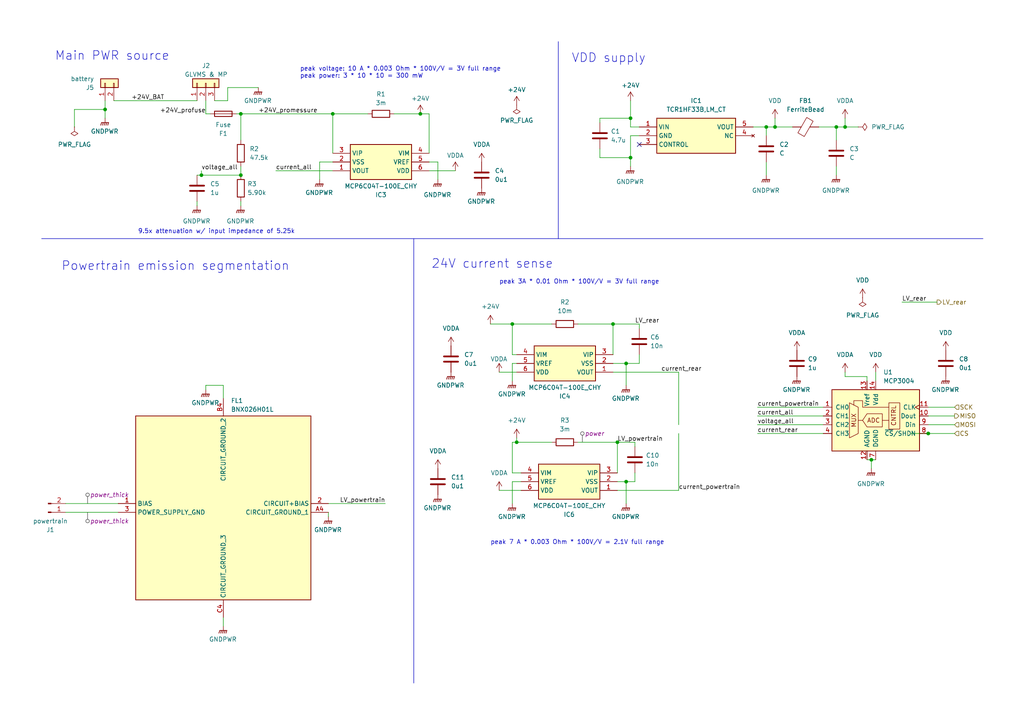
<source format=kicad_sch>
(kicad_sch (version 20230121) (generator eeschema)
  (paper "A4")
  (title_block (title "EP5 rearbox powerboard") (date "2024-03-20") (rev "1") (company "NTURacing") (comment 1 "郭哲明") (comment 2 "Electrical group"))
  (lib_symbols
    (symbol "Analog_ADC:MCP3004" (pin_names (offset 1.016))
      (property "Reference" "U" (at -11.43 8.89 0))
      (property "Value" "MCP3004" (at 10.16 8.89 0))
      (symbol "MCP3004_0_0"
        (text "ADC" (at -0.635 -1.27 0) (effects (font (size 1.27 1.27))))
        (text "CNTRL" (at 5.969 -2.921 900) (effects (font (size 1.27 1.27)) (justify left bottom)))
        (text "MUX" (at -6.35 -1.27 900) (effects (font (size 1.27 1.27))))
      )
      (symbol "MCP3004_0_1"
        (polyline (pts (xy -5.08 -1.27) (xy -3.81 -1.27)))
        (polyline (pts (xy 1.905 -1.27) (xy 3.81 -1.27)))
        (polyline (pts (xy -7.62 3.81) (xy -7.62 -6.35) (xy -5.08 -5.08) (xy -5.08 2.54) (xy -7.62 3.81)))
        (polyline (pts (xy 3.81 2.54) (xy -3.81 2.54) (xy -3.81 4.445) (xy -6.35 4.445) (xy -6.35 3.175)))
        (polyline (pts (xy -3.81 -1.27) (xy -2.54 0.635) (xy 1.905 0.635) (xy 1.905 -3.175) (xy -2.54 -3.175) (xy -3.81 -1.27)))
        (rectangle (start 3.81 -3.81) (end 6.985 3.81))
        (rectangle (start 12.7 7.62) (end -12.7 -10.16) (stroke (width 0.254)) (fill (type background)))
      )
      (symbol "MCP3004_1_1"
        (pin input line (at -15.24 2.54 0) (length 2.54) (name "CH0") (number "1"))
        (pin output line (at 15.24 0 180) (length 2.54) (name "Dout") (number "10"))
        (pin input clock (at 15.24 2.54 180) (length 2.54) (name "CLK") (number "11"))
        (pin power_in line (at -2.54 -12.7 90) (length 2.54) (name "AGND") (number "12"))
        (pin power_in line (at -2.54 10.16 270) (length 2.54) (name "Vref") (number "13"))
        (pin power_in line (at 0 10.16 270) (length 2.54) (name "Vdd") (number "14"))
        (pin input line (at -15.24 0 0) (length 2.54) (name "CH1") (number "2"))
        (pin input line (at -15.24 -2.54 0) (length 2.54) (name "CH2") (number "3"))
        (pin input line (at -15.24 -5.08 0) (length 2.54) (name "CH3") (number "4"))
        (pin no_connect line (at -12.7 5.08 0) (length 2.54) hide (name "NC") (number "5"))
        (pin no_connect line (at -12.7 -7.62 0) (length 2.54) hide (name "NC") (number "6"))
        (pin power_in line (at 0 -12.7 90) (length 2.54) (name "DGND") (number "7"))
        (pin input line (at 15.24 -5.08 180) (length 2.54) (name "~{CS}/SHDN") (number "8"))
        (pin input line (at 15.24 -2.54 180) (length 2.54) (name "Din") (number "9"))
      )
    )
    (symbol "Connector:Conn_01x02_Pin" (pin_names (offset 1.016) hide)
      (property "Reference" "J" (at 0 2.54 0))
      (property "Value" "Conn_01x02_Pin" (at 0 -5.08 0))
      (symbol "Conn_01x02_Pin_1_1"
        (polyline (pts (xy 1.27 -2.54) (xy 0.8636 -2.54)) (stroke (width 0.1524)))
        (polyline (pts (xy 1.27 0) (xy 0.8636 0)) (stroke (width 0.1524)))
        (rectangle (start 0.8636 -2.413) (end 0 -2.667) (stroke (width 0.1524)) (fill (type outline)))
        (rectangle (start 0.8636 0.127) (end 0 -0.127) (stroke (width 0.1524)) (fill (type outline)))
        (pin passive line (at 5.08 0 180) (length 3.81) (name "Pin_1") (number "1"))
        (pin passive line (at 5.08 -2.54 180) (length 3.81) (name "Pin_2") (number "2"))
      )
    )
    (symbol "Connector_Generic:Conn_01x02" (pin_names (offset 1.016) hide)
      (property "Reference" "J" (at 0 2.54 0))
      (property "Value" "Conn_01x02" (at 0 -5.08 0))
      (symbol "Conn_01x02_1_1"
        (rectangle (start -1.27 -2.413) (end 0 -2.667) (stroke (width 0.1524)))
        (rectangle (start -1.27 0.127) (end 0 -0.127) (stroke (width 0.1524)))
        (rectangle (start -1.27 1.27) (end 1.27 -3.81) (stroke (width 0.254)) (fill (type background)))
        (pin passive line (at -5.08 0 0) (length 3.81) (name "Pin_1") (number "1"))
        (pin passive line (at -5.08 -2.54 0) (length 3.81) (name "Pin_2") (number "2"))
      )
    )
    (symbol "Connector_Generic:Conn_01x03" (pin_names (offset 1.016) hide)
      (property "Reference" "J" (at 0 5.08 0))
      (property "Value" "Conn_01x03" (at 0 -5.08 0))
      (symbol "Conn_01x03_1_1"
        (rectangle (start -1.27 -2.413) (end 0 -2.667) (stroke (width 0.1524)))
        (rectangle (start -1.27 0.127) (end 0 -0.127) (stroke (width 0.1524)))
        (rectangle (start -1.27 2.667) (end 0 2.413) (stroke (width 0.1524)))
        (rectangle (start -1.27 3.81) (end 1.27 -3.81) (stroke (width 0.254)) (fill (type background)))
        (pin passive line (at -5.08 2.54 0) (length 3.81) (name "Pin_1") (number "1"))
        (pin passive line (at -5.08 0 0) (length 3.81) (name "Pin_2") (number "2"))
        (pin passive line (at -5.08 -2.54 0) (length 3.81) (name "Pin_3") (number "3"))
      )
    )
    (symbol "Device:C" (pin_numbers hide) (pin_names (offset 0.254))
      (property "Reference" "C" (at 0.635 2.54 0))
      (property "Value" "C" (at 0.635 -2.54 0))
      (symbol "C_0_1"
        (polyline (pts (xy -2.032 -0.762) (xy 2.032 -0.762)) (stroke (width 0.508)))
        (polyline (pts (xy -2.032 0.762) (xy 2.032 0.762)) (stroke (width 0.508)))
      )
      (symbol "C_1_1"
        (pin passive line (at 0 3.81 270) (length 2.794) (name "~") (number "1"))
        (pin passive line (at 0 -3.81 90) (length 2.794) (name "~") (number "2"))
      )
    )
    (symbol "Device:FerriteBead" (pin_numbers hide) (pin_names (offset 0))
      (property "Reference" "FB" (at -3.81 0.635 90))
      (property "Value" "FerriteBead" (at 3.81 0 90))
      (symbol "FerriteBead_0_1"
        (polyline (pts (xy 0 -1.27) (xy 0 -1.2192)))
        (polyline (pts (xy 0 1.27) (xy 0 1.2954)))
        (polyline (pts (xy -2.7686 0.4064) (xy -1.7018 2.2606) (xy 2.7686 -0.3048) (xy 1.6764 -2.159) (xy -2.7686 0.4064)))
      )
      (symbol "FerriteBead_1_1"
        (pin passive line (at 0 3.81 270) (length 2.54) (name "~") (number "1"))
        (pin passive line (at 0 -3.81 90) (length 2.54) (name "~") (number "2"))
      )
    )
    (symbol "Device:Fuse" (pin_numbers hide) (pin_names (offset 0))
      (property "Reference" "F" (at 2.032 0 90))
      (property "Value" "Fuse" (at -1.905 0 90))
      (symbol "Fuse_0_1"
        (rectangle (start -0.762 -2.54) (end 0.762 2.54) (stroke (width 0.254)))
        (polyline (pts (xy 0 2.54) (xy 0 -2.54)))
      )
      (symbol "Fuse_1_1"
        (pin passive line (at 0 3.81 270) (length 1.27) (name "~") (number "1"))
        (pin passive line (at 0 -3.81 90) (length 1.27) (name "~") (number "2"))
      )
    )
    (symbol "Device:R" (pin_numbers hide) (pin_names (offset 0))
      (property "Reference" "R" (at 2.032 0 90))
      (property "Value" "R" (at 0 0 90))
      (symbol "R_0_1"
        (rectangle (start -1.016 -2.54) (end 1.016 2.54) (stroke (width 0.254)))
      )
      (symbol "R_1_1"
        (pin passive line (at 0 3.81 270) (length 1.27) (name "~") (number "1"))
        (pin passive line (at 0 -3.81 90) (length 1.27) (name "~") (number "2"))
      )
    )
    (symbol "SamacSys_Parts:BNX026H01L"
      (property "Reference" "FL" (at 57.15 30.48 0))
      (property "Value" "BNX026H01L" (at 57.15 27.94 0))
      (symbol "BNX026H01L_1_1"
        (rectangle (start 5.08 25.4) (end 55.88 -27.94) (stroke (width 0.254)) (fill (type background)))
        (pin passive line (at 0 0 0) (length 5.08) (name "BIAS") (number "1"))
        (pin passive line (at 60.96 0 180) (length 5.08) (name "CIRCUIT+BIAS") (number "2"))
        (pin passive line (at 0 -2.54 0) (length 5.08) (name "POWER_SUPPLY_GND") (number "3"))
        (pin passive line (at 60.96 -2.54 180) (length 5.08) (name "CIRCUIT_GROUND_1") (number "A4"))
        (pin passive line (at 30.48 30.48 270) (length 5.08) (name "CIRCUIT_GROUND_2") (number "B4"))
        (pin passive line (at 30.48 -33.02 90) (length 5.08) (name "CIRCUIT_GROUND_3") (number "C4"))
      )
    )
    (symbol "SamacSys_Parts:MCP6C04T-100E_CHY"
      (property "Reference" "IC" (at 24.13 7.62 0))
      (property "Value" "MCP6C04T-100E_CHY" (at 24.13 5.08 0))
      (symbol "MCP6C04T-100E_CHY_1_1"
        (rectangle (start 5.08 2.54) (end 22.86 -7.62) (stroke (width 0.254)) (fill (type background)))
        (pin passive line (at 0 0 0) (length 5.08) (name "VOUT") (number "1"))
        (pin passive line (at 0 -2.54 0) (length 5.08) (name "VSS") (number "2"))
        (pin passive line (at 0 -5.08 0) (length 5.08) (name "VIP") (number "3"))
        (pin passive line (at 27.94 -5.08 180) (length 5.08) (name "VIM") (number "4"))
        (pin passive line (at 27.94 -2.54 180) (length 5.08) (name "VREF") (number "5"))
        (pin passive line (at 27.94 0 180) (length 5.08) (name "VDD") (number "6"))
      )
    )
    (symbol "SamacSys_Parts:TCR1HF33B,LM_CT"
      (property "Reference" "IC" (at 29.21 7.62 0))
      (property "Value" "TCR1HF33B,LM_CT" (at 29.21 5.08 0))
      (symbol "TCR1HF33B,LM_CT_1_1"
        (rectangle (start 5.08 2.54) (end 27.94 -7.62) (stroke (width 0.254)) (fill (type background)))
        (pin passive line (at 0 0 0) (length 5.08) (name "VIN") (number "1"))
        (pin passive line (at 0 -2.54 0) (length 5.08) (name "GND") (number "2"))
        (pin passive line (at 0 -5.08 0) (length 5.08) (name "CONTROL") (number "3"))
        (pin no_connect line (at 33.02 -2.54 180) (length 5.08) (name "NC") (number "4"))
        (pin passive line (at 33.02 0 180) (length 5.08) (name "VOUT") (number "5"))
      )
    )
    (symbol "power:+24V" (power) (pin_names (offset 0))
      (property "Value" "+24V" (at 0 3.556 0))
      (symbol "+24V_0_1"
        (polyline (pts (xy -0.762 1.27) (xy 0 2.54)))
        (polyline (pts (xy 0 0) (xy 0 2.54)))
        (polyline (pts (xy 0 2.54) (xy 0.762 1.27)))
      )
      (symbol "+24V_1_1"
        (pin power_in line (at 0 0 90) (length 0) hide (name "+24V") (number "1"))
      )
    )
    (symbol "power:GNDPWR" (power) (pin_names (offset 0))
      (property "Value" "GNDPWR" (at 0 -3.302 0))
      (symbol "GNDPWR_0_1"
        (polyline (pts (xy 0 -1.27) (xy 0 0)))
        (polyline (pts (xy -1.016 -1.27) (xy -1.27 -2.032) (xy -1.27 -2.032)) (stroke (width 0.2032)))
        (polyline (pts (xy -0.508 -1.27) (xy -0.762 -2.032) (xy -0.762 -2.032)) (stroke (width 0.2032)))
        (polyline (pts (xy 0 -1.27) (xy -0.254 -2.032) (xy -0.254 -2.032)) (stroke (width 0.2032)))
        (polyline (pts (xy 0.508 -1.27) (xy 0.254 -2.032) (xy 0.254 -2.032)) (stroke (width 0.2032)))
        (polyline (pts (xy 1.016 -1.27) (xy -1.016 -1.27) (xy -1.016 -1.27)) (stroke (width 0.2032)))
        (polyline (pts (xy 1.016 -1.27) (xy 0.762 -2.032) (xy 0.762 -2.032) (xy 0.762 -2.032)) (stroke (width 0.2032)))
      )
      (symbol "GNDPWR_1_1"
        (pin power_in line (at 0 0 270) (length 0) hide (name "GNDPWR") (number "1"))
      )
    )
    (symbol "power:PWR_FLAG" (power) (pin_numbers hide) (pin_names (offset 0) hide)
      (property "Value" "PWR_FLAG" (at 0 3.81 0))
      (symbol "PWR_FLAG_0_0"
        (pin power_out line (at 0 0 90) (length 0) (name "pwr") (number "1"))
      )
      (symbol "PWR_FLAG_0_1"
        (polyline (pts (xy 0 0) (xy 0 1.27) (xy -1.016 1.905) (xy 0 2.54) (xy 1.016 1.905) (xy 0 1.27)))
      )
    )
    (symbol "power:VDD" (power) (pin_names (offset 0))
      (property "Value" "VDD" (at 0 3.81 0))
      (symbol "VDD_0_1"
        (polyline (pts (xy -0.762 1.27) (xy 0 2.54)))
        (polyline (pts (xy 0 0) (xy 0 2.54)))
        (polyline (pts (xy 0 2.54) (xy 0.762 1.27)))
      )
      (symbol "VDD_1_1"
        (pin power_in line (at 0 0 90) (length 0) hide (name "VDD") (number "1"))
      )
    )
    (symbol "power:VDDA" (power) (pin_names (offset 0))
      (property "Value" "VDDA" (at 0 3.81 0))
      (symbol "VDDA_0_1"
        (polyline (pts (xy -0.762 1.27) (xy 0 2.54)))
        (polyline (pts (xy 0 0) (xy 0 2.54)))
        (polyline (pts (xy 0 2.54) (xy 0.762 1.27)))
      )
      (symbol "VDDA_1_1"
        (pin power_in line (at 0 0 90) (length 0) hide (name "VDDA") (number "1"))
      )
    )
  )
  (junction (at 69.85 33.02))
  (junction (at 224.79 36.83))
  (junction (at 182.88 34.29))
  (junction (at 121.92 33.02))
  (junction (at 149.86 128.27))
  (junction (at 177.8 93.98))
  (junction (at 222.25 36.83))
  (junction (at 181.61 139.7))
  (junction (at 245.11 36.83))
  (junction (at 252.73 133.35))
  (junction (at 69.85 50.8))
  (junction (at 148.59 93.98))
  (junction (at 182.88 45.72))
  (junction (at 179.07 128.27))
  (junction (at 96.52 33.02))
  (junction (at 181.61 105.41))
  (junction (at 58.42 50.8))
  (junction (at 269.24 125.73))
  (junction (at 242.57 36.83))
  (junction (at 30.48 31.75))
  (no_connect (at 185.42 41.91))
  (wire (pts (xy 69.85 58.42) (xy 69.85 59.69)))
  (wire (pts (xy 96.52 33.02) (xy 106.68 33.02)))
  (wire (pts (xy 92.71 46.99) (xy 96.52 46.99)))
  (wire (pts (xy 269.24 118.11) (xy 276.86 118.11)))
  (wire (pts (xy 182.88 34.29) (xy 182.88 36.83)))
  (wire (pts (xy 219.71 120.65) (xy 238.76 120.65)))
  (wire (pts (xy 184.15 128.27) (xy 184.15 129.54)))
  (wire (pts (xy 222.25 46.99) (xy 222.25 50.8)))
  (wire (pts (xy 68.58 33.02) (xy 69.85 33.02)))
  (wire (pts (xy 252.73 133.35) (xy 254 133.35)))
  (wire (pts (xy 95.25 146.05) (xy 111.76 146.05)))
  (wire (pts (xy 124.46 49.53) (xy 132.08 49.53)))
  (wire (pts (xy 167.64 128.27) (xy 179.07 128.27)))
  (wire (pts (xy 177.8 105.41) (xy 181.61 105.41)))
  (polyline (pts (xy 161.925 12.065) (xy 161.925 69.215)))
  (wire (pts (xy 59.69 33.02) (xy 60.96 33.02)))
  (wire (pts (xy 59.69 29.21) (xy 59.69 33.02)))
  (wire (pts (xy 69.85 33.02) (xy 96.52 33.02)))
  (wire (pts (xy 237.49 36.83) (xy 242.57 36.83)))
  (wire (pts (xy 242.57 48.26) (xy 242.57 50.8)))
  (wire (pts (xy 148.59 93.98) (xy 160.02 93.98)))
  (wire (pts (xy 124.46 33.02) (xy 124.46 44.45)))
  (wire (pts (xy 148.59 137.16) (xy 151.13 137.16)))
  (polyline (pts (xy 120.015 69.215) (xy 120.015 198.12)))
  (wire (pts (xy 95.25 148.59) (xy 95.25 149.86)))
  (wire (pts (xy 177.8 93.98) (xy 177.8 102.87)))
  (wire (pts (xy 64.77 179.07) (xy 64.77 181.61)))
  (wire (pts (xy 58.42 50.8) (xy 69.85 50.8)))
  (wire (pts (xy 222.25 36.83) (xy 222.25 39.37)))
  (wire (pts (xy 148.59 128.27) (xy 149.86 128.27)))
  (wire (pts (xy 80.01 49.53) (xy 96.52 49.53)))
  (wire (pts (xy 127 46.99) (xy 124.46 46.99)))
  (wire (pts (xy 269.24 120.65) (xy 276.86 120.65)))
  (wire (pts (xy 142.24 93.98) (xy 148.59 93.98)))
  (wire (pts (xy 179.07 128.27) (xy 179.07 137.16)))
  (wire (pts (xy 182.88 48.26) (xy 182.88 45.72)))
  (wire (pts (xy 251.46 133.35) (xy 252.73 133.35)))
  (wire (pts (xy 269.24 125.73) (xy 276.86 125.73)))
  (wire (pts (xy 182.88 39.37) (xy 182.88 45.72)))
  (wire (pts (xy 254 110.49) (xy 254 107.95)))
  (wire (pts (xy 269.24 123.19) (xy 276.86 123.19)))
  (wire (pts (xy 114.3 33.02) (xy 121.92 33.02)))
  (wire (pts (xy 96.52 33.02) (xy 96.52 44.45)))
  (wire (pts (xy 121.92 33.02) (xy 124.46 33.02)))
  (wire (pts (xy 177.8 93.98) (xy 185.42 93.98)))
  (wire (pts (xy 185.42 105.41) (xy 181.61 105.41)))
  (wire (pts (xy 64.77 111.76) (xy 59.69 111.76)))
  (wire (pts (xy 21.59 31.75) (xy 21.59 36.83)))
  (wire (pts (xy 33.02 29.21) (xy 57.15 29.21)))
  (wire (pts (xy 30.48 31.75) (xy 21.59 31.75)))
  (wire (pts (xy 179.07 128.27) (xy 184.15 128.27)))
  (wire (pts (xy 261.62 87.63) (xy 271.78 87.63)))
  (wire (pts (xy 149.86 128.27) (xy 160.02 128.27)))
  (wire (pts (xy 30.48 31.75) (xy 30.48 34.29)))
  (wire (pts (xy 252.73 133.35) (xy 252.73 135.89)))
  (wire (pts (xy 245.11 36.83) (xy 248.92 36.83)))
  (wire (pts (xy 184.15 137.16) (xy 184.15 139.7)))
  (polyline (pts (xy 12.065 69.215) (xy 285.115 69.215)))
  (wire (pts (xy 148.59 128.27) (xy 148.59 137.16)))
  (wire (pts (xy 242.57 36.83) (xy 242.57 40.64)))
  (wire (pts (xy 74.93 25.4) (xy 66.04 25.4)))
  (wire (pts (xy 148.59 105.41) (xy 148.59 110.49)))
  (wire (pts (xy 69.85 33.02) (xy 69.85 40.64)))
  (wire (pts (xy 69.85 48.26) (xy 69.85 50.8)))
  (wire (pts (xy 219.71 118.11) (xy 238.76 118.11)))
  (wire (pts (xy 224.79 34.29) (xy 224.79 36.83)))
  (wire (pts (xy 185.42 95.25) (xy 185.42 93.98)))
  (wire (pts (xy 127 52.07) (xy 127 46.99)))
  (wire (pts (xy 149.86 128.27) (xy 149.86 127)))
  (wire (pts (xy 264.16 125.73) (xy 269.24 125.73)))
  (wire (pts (xy 148.59 139.7) (xy 148.59 146.05)))
  (wire (pts (xy 179.07 139.7) (xy 181.61 139.7)))
  (wire (pts (xy 185.42 102.87) (xy 185.42 105.41)))
  (wire (pts (xy 184.15 139.7) (xy 181.61 139.7)))
  (wire (pts (xy 179.07 142.24) (xy 196.85 142.24)))
  (wire (pts (xy 57.15 50.8) (xy 58.42 50.8)))
  (wire (pts (xy 66.04 25.4) (xy 66.04 29.21)))
  (wire (pts (xy 224.79 36.83) (xy 229.87 36.83)))
  (wire (pts (xy 219.71 123.19) (xy 238.76 123.19)))
  (wire (pts (xy 19.05 146.05) (xy 34.29 146.05)))
  (wire (pts (xy 251.46 109.22) (xy 251.46 110.49)))
  (wire (pts (xy 19.05 148.59) (xy 34.29 148.59)))
  (wire (pts (xy 242.57 36.83) (xy 245.11 36.83)))
  (wire (pts (xy 57.15 58.42) (xy 57.15 59.69)))
  (wire (pts (xy 173.99 34.29) (xy 173.99 35.56)))
  (wire (pts (xy 148.59 93.98) (xy 148.59 102.87)))
  (wire (pts (xy 167.64 93.98) (xy 177.8 93.98)))
  (wire (pts (xy 245.11 107.95) (xy 245.11 109.22)))
  (wire (pts (xy 177.8 107.95) (xy 196.85 107.95)))
  (wire (pts (xy 66.04 29.21) (xy 62.23 29.21)))
  (wire (pts (xy 151.13 139.7) (xy 148.59 139.7)))
  (wire (pts (xy 92.71 46.99) (xy 92.71 52.07)))
  (wire (pts (xy 173.99 34.29) (xy 182.88 34.29)))
  (wire (pts (xy 30.48 29.21) (xy 30.48 31.75)))
  (wire (pts (xy 245.11 34.29) (xy 245.11 36.83)))
  (wire (pts (xy 218.44 36.83) (xy 222.25 36.83)))
  (wire (pts (xy 151.13 142.24) (xy 144.78 142.24)))
  (wire (pts (xy 182.88 29.21) (xy 182.88 34.29)))
  (wire (pts (xy 181.61 105.41) (xy 181.61 111.76)))
  (wire (pts (xy 222.25 36.83) (xy 224.79 36.83)))
  (wire (pts (xy 196.85 125.73) (xy 196.85 142.24)))
  (wire (pts (xy 173.99 43.18) (xy 173.99 45.72)))
  (wire (pts (xy 245.11 109.22) (xy 251.46 109.22)))
  (wire (pts (xy 148.59 105.41) (xy 149.86 105.41)))
  (wire (pts (xy 182.88 36.83) (xy 185.42 36.83)))
  (wire (pts (xy 219.71 125.73) (xy 238.76 125.73)))
  (wire (pts (xy 196.85 107.95) (xy 196.85 123.19)))
  (wire (pts (xy 173.99 45.72) (xy 182.88 45.72)))
  (wire (pts (xy 59.69 111.76) (xy 59.69 113.03)))
  (wire (pts (xy 148.59 102.87) (xy 149.86 102.87)))
  (wire (pts (xy 58.42 49.53) (xy 58.42 50.8)))
  (wire (pts (xy 181.61 139.7) (xy 181.61 146.05)))
  (wire (pts (xy 64.77 115.57) (xy 64.77 111.76)))
  (wire (pts (xy 185.42 39.37) (xy 182.88 39.37)))
  (wire (pts (xy 149.86 107.95) (xy 144.78 107.95)))
  (text "VDD supply" (at 165.735 18.415 0) (effects (font (size 2.54 2.54)) (justify left bottom)))
  (text "Powertrain emission segmentation" (at 17.78 78.74 0) (effects (font (size 2.54 2.54)) (justify left bottom)))
  (text "peak voltage: 10 A * 0.003 Ohm * 100V/V = 3V full range\npeak power: 3 * 10 * 10 = 300 mW\n" (at 86.995 22.86 0) (effects (font (size 1.27 1.27)) (justify left bottom)))
  (text "9.5x attenuation w/ input impedance of 5.25k" (at 40.005 67.945 0) (effects (font (size 1.27 1.27)) (justify left bottom)))
  (text "24V current sense" (at 125.095 78.105 0) (effects (font (size 2.54 2.54)) (justify left bottom)))
  (text "peak 3A * 0.01 Ohm * 100V/V = 3V full range" (at 144.78 82.55 0) (effects (font (size 1.27 1.27)) (justify left bottom)))
  (text "peak 7 A * 0.003 Ohm * 100V/V = 2.1V full range" (at 142.24 158.115 0) (effects (font (size 1.27 1.27)) (justify left bottom)))
  (text "Main PWR source" (at 15.875 17.78 0) (effects (font (size 2.54 2.54)) (justify left bottom)))
  (label "LV_powertrain" (at 179.07 128.27 0))
  (label "current_powertrain" (at 196.85 142.24 0))
  (label "current_rear" (at 191.77 107.95 0))
  (label "+24V_promessure" (at 74.93 33.02 0))
  (label "voltage_all" (at 219.71 123.19 0))
  (label "current_rear" (at 219.71 125.73 0))
  (label "current_all" (at 219.71 120.65 0))
  (label "LV_rear" (at 261.62 87.63 0))
  (label "LV_rear" (at 184.15 93.98 0))
  (label "current_all" (at 80.01 49.53 0))
  (label "LV_powertrain" (at 111.76 146.05 180))
  (label "+24V_profuse" (at 59.69 33.02 180))
  (label "voltage_all" (at 58.42 49.53 0))
  (label "+24V_BAT" (at 38.1 29.21 0))
  (label "current_powertrain" (at 219.71 118.11 0))
  (hierarchical_label "CS" (shape input) (at 276.86 125.73 0))
  (hierarchical_label "SCK" (shape input) (at 276.86 118.11 0))
  (hierarchical_label "MISO" (shape output) (at 276.86 120.65 0))
  (hierarchical_label "LV_rear" (shape output) (at 271.78 87.63 0))
  (hierarchical_label "MOSI" (shape input) (at 276.86 123.19 0))
  (netclass_flag "" (length 2.54) (shape round) (at 168.91 128.27 0) (property "Netclass" "power" (at 169.6085 125.73 0) (effects (font italic) (justify left))))
  (netclass_flag "" (length 2.54) (shape round) (at 25.4 146.05 0) (property "Netclass" "power_thick" (at 26.0985 143.51 0) (effects (font italic) (justify left))))
  (netclass_flag "" (length 2.54) (shape round) (at 25.4 148.59 180) (property "Netclass" "power_thick" (at 26.0985 151.13 0) (effects (font italic) (justify left))))
  (symbol (lib_id "Analog_ADC:MCP3004") (at 254 120.65 0) (unit 1)
    (property "Reference" "U1" (at 256.1941 107.95 0) (effects (justify left)))
    (property "Value" "MCP3004" (at 256.1941 110.49 0) (effects (justify left)))
    (property "Footprint" "Package_SO:SOIC-14_3.9x8.7mm_P1.27mm" (effects hide))
    (property "Datasheet" "http://ww1.microchip.com/downloads/en/DeviceDoc/21295C.pdf" (effects hide))
  )
  (symbol (lib_id "Device:C") (at 242.57 44.45 0) (unit 1)
    (property "Reference" "C3" (at 246.38 43.18 0) (effects (justify left)))
    (property "Value" "C" (at 246.38 45.72 0) (effects (justify left)))
    (property "Footprint" "Capacitor_SMD:C_0805_2012Metric" (effects hide))
  )
  (symbol (lib_id "power:PWR_FLAG") (at 21.59 36.83 180) (unit 1)
    (property "Reference" "#FLG03" (effects hide))
    (property "Value" "PWR_FLAG" (at 21.59 41.91 0))
  )
  (symbol (lib_id "SamacSys_Parts:MCP6C04T-100E_CHY") (at 96.52 49.53 0) (mirror x) (unit 1)
    (property "Reference" "IC3" (at 110.49 56.515 0))
    (property "Value" "MCP6C04T-100E_CHY" (at 110.49 53.975 0))
    (property "Footprint" "SamacSys_Parts:SOT95P280X145-6N" (effects hide))
    (property "Height" "1.45" (effects hide))
    (property "Mouser Part Number" "579-MCP6C04T100ECHY" (effects hide))
    (property "Mouser Price/Stock" "https://www.mouser.co.uk/ProductDetail/Microchip-Technology/MCP6C04T-100E-CHY?qs=3HJ2avRr9PJRQkbNv3EK6Q%3D%3D" (effects hide))
    (property "Manufacturer_Name" "Microchip" (effects hide))
    (property "Manufacturer_Part_Number" "MCP6C04T-100E/CHY" (effects hide))
    (instances (project "power board" (path "" (reference "IC3") (unit 1)) (path "" (reference "IC2") (unit 1))))
  )
  (symbol (lib_id "power:GNDPWR") (at 92.71 52.07 0) (unit 1)
    (property "Reference" "#PWR028" (effects hide))
    (property "Value" "GNDPWR" (at 92.583 55.88 0))
    (instances (project "power board" (path "" (reference "#PWR028") (unit 1)) (path "" (reference "#PWR012") (unit 1))))
  )
  (symbol (lib_id "power:+24V") (at 142.24 93.98 0) (unit 1)
    (property "Reference" "#PWR01" (effects hide))
    (property "Value" "+24V" (at 142.24 88.9 0))
    (instances (project "power board" (path "" (reference "#PWR01") (unit 1)) (path "" (reference "#PWR017") (unit 1))))
  )
  (symbol (lib_id "power:PWR_FLAG") (at 149.86 30.48 0) (mirror x) (unit 1)
    (property "Reference" "#FLG01" (effects hide))
    (property "Value" "PWR_FLAG" (at 149.86 34.925 0))
  )
  (symbol (lib_id "power:+24V") (at 149.86 127 0) (unit 1)
    (property "Reference" "#PWR033" (effects hide))
    (property "Value" "+24V" (at 149.86 121.92 0))
    (instances (project "power board" (path "" (reference "#PWR033") (unit 1)) (path "" (reference "#PWR030") (unit 1))))
  )
  (symbol (lib_id "power:VDDA") (at 144.78 142.24 0) (unit 1)
    (property "Reference" "#PWR034" (effects hide))
    (property "Value" "VDDA" (at 144.78 137.16 0))
  )
  (symbol (lib_id "SamacSys_Parts:MCP6C04T-100E_CHY") (at 179.07 142.24 180) (unit 1)
    (property "Reference" "IC6" (at 165.1 149.225 0))
    (property "Value" "MCP6C04T-100E_CHY" (at 165.1 146.685 0))
    (property "Footprint" "SamacSys_Parts:SOT95P280X145-6N" (effects hide))
    (property "Height" "1.45" (effects hide))
    (property "Mouser Part Number" "579-MCP6C04T100ECHY" (effects hide))
    (property "Mouser Price/Stock" "https://www.mouser.co.uk/ProductDetail/Microchip-Technology/MCP6C04T-100E-CHY?qs=3HJ2avRr9PJRQkbNv3EK6Q%3D%3D" (effects hide))
    (property "Manufacturer_Name" "Microchip" (effects hide))
    (property "Manufacturer_Part_Number" "MCP6C04T-100E/CHY" (effects hide))
    (instances (project "power board" (path "" (reference "IC6") (unit 1)) (path "" (reference "IC4") (unit 1))))
  )
  (symbol (lib_id "Device:C") (at 139.7 50.8 0) (unit 1)
    (property "Reference" "C4" (at 143.51 49.53 0) (effects (justify left)))
    (property "Value" "0u1" (at 143.51 52.07 0) (effects (justify left)))
    (property "Footprint" "Capacitor_SMD:C_0805_2012Metric" (effects hide))
  )
  (symbol (lib_id "power:+24V") (at 149.86 30.48 0) (unit 1)
    (property "Reference" "#PWR080" (effects hide))
    (property "Value" "+24V" (at 149.86 26.035 0))
  )
  (symbol (lib_id "power:VDD") (at 250.19 86.36 0) (unit 1)
    (property "Reference" "#PWR078" (effects hide))
    (property "Value" "VDD" (at 250.19 81.28 0))
  )
  (symbol (lib_id "power:GNDPWR") (at 74.93 25.4 0) (unit 1)
    (property "Reference" "#PWR014" (effects hide))
    (property "Value" "GNDPWR" (at 74.803 29.21 0))
    (instances (project "power board" (path "" (reference "#PWR014") (unit 1)) (path "" (reference "#PWR03") (unit 1))))
  )
  (symbol (lib_id "power:VDDA") (at 144.78 107.95 0) (unit 1)
    (property "Reference" "#PWR031" (effects hide))
    (property "Value" "VDDA" (at 142.24 104.14 0) (effects (justify left)))
    (instances (project "power board" (path "" (reference "#PWR031") (unit 1)) (path "" (reference "#PWR022") (unit 1))))
  )
  (symbol (lib_id "power:+24V") (at 182.88 29.21 0) (unit 1)
    (property "Reference" "#PWR02" (effects hide))
    (property "Value" "+24V" (at 182.88 24.765 0))
  )
  (symbol (lib_id "power:GNDPWR") (at 181.61 146.05 0) (unit 1)
    (property "Reference" "#PWR036" (effects hide))
    (property "Value" "GNDPWR" (at 181.483 149.86 0))
  )
  (symbol (lib_id "power:GNDPWR") (at 182.88 48.26 0) (unit 1)
    (property "Reference" "#PWR09" (effects hide))
    (property "Value" "GNDPWR" (at 182.753 52.705 0))
  )
  (symbol (lib_id "power:GNDPWR") (at 95.25 149.86 0) (unit 1)
    (property "Reference" "#PWR05" (effects hide))
    (property "Value" "GNDPWR" (at 95.123 153.67 0))
    (instances (project "power board" (path "" (reference "#PWR05") (unit 1)) (path "" (reference "#PWR037") (unit 1))))
  )
  (symbol (lib_id "power:GNDPWR") (at 148.59 146.05 0) (unit 1)
    (property "Reference" "#PWR035" (effects hide))
    (property "Value" "GNDPWR" (at 148.463 149.86 0))
  )
  (symbol (lib_id "power:VDDA") (at 245.11 34.29 0) (unit 1)
    (property "Reference" "#PWR06" (effects hide))
    (property "Value" "VDDA" (at 245.11 29.21 0))
  )
  (symbol (lib_id "Device:R") (at 163.83 128.27 90) (unit 1)
    (property "Reference" "R3" (at 163.83 121.92 90))
    (property "Value" "3m" (at 163.83 124.46 90))
    (property "Footprint" "Resistor_SMD:R_1206_3216Metric" (effects hide))
    (instances (project "power board" (path "" (reference "R3") (unit 1)) (path "" (reference "R5") (unit 1))))
  )
  (symbol (lib_id "Device:C") (at 184.15 133.35 0) (unit 1)
    (property "Reference" "C10" (at 187.325 132.08 0) (effects (justify left)))
    (property "Value" "10n" (at 187.325 134.62 0) (effects (justify left)))
    (property "Footprint" "Capacitor_SMD:C_0805_2012Metric" (effects hide))
  )
  (symbol (lib_id "Device:Fuse") (at 64.77 33.02 90) (mirror x) (unit 1)
    (property "Reference" "F1" (at 64.77 38.735 90))
    (property "Value" "Fuse" (at 64.77 36.195 90))
    (property "Footprint" "Fuse:Fuseholder_Cylinder-6.3x32mm_Schurter_0031-8002_Horizontal_Open" (effects hide))
  )
  (symbol (lib_id "power:GNDPWR") (at 69.85 59.69 0) (unit 1)
    (property "Reference" "#PWR016" (effects hide))
    (property "Value" "GNDPWR" (at 69.723 64.135 0))
  )
  (symbol (lib_id "Device:C") (at 127 139.7 0) (unit 1)
    (property "Reference" "C11" (at 130.81 138.43 0) (effects (justify left)))
    (property "Value" "0u1" (at 130.81 140.97 0) (effects (justify left)))
    (property "Footprint" "Capacitor_SMD:C_0805_2012Metric" (effects hide))
  )
  (symbol (lib_id "power:VDD") (at 274.32 101.6 0) (unit 1)
    (property "Reference" "#PWR019" (effects hide))
    (property "Value" "VDD" (at 274.32 96.52 0))
  )
  (symbol (lib_id "Device:R") (at 163.83 93.98 90) (unit 1)
    (property "Reference" "R2" (at 163.83 87.63 90))
    (property "Value" "10m" (at 163.83 90.17 90))
    (property "Footprint" "Resistor_SMD:R_0805_2012Metric" (effects hide))
    (instances (project "power board" (path "" (reference "R2") (unit 1)) (path "" (reference "R4") (unit 1))))
  )
  (symbol (lib_id "power:VDD") (at 224.79 34.29 0) (unit 1)
    (property "Reference" "#PWR05" (effects hide))
    (property "Value" "VDD" (at 224.79 29.21 0))
  )
  (symbol (lib_id "power:GNDPWR") (at 148.59 110.49 0) (unit 1)
    (property "Reference" "#PWR032" (effects hide))
    (property "Value" "GNDPWR" (at 148.463 114.3 0))
    (instances (project "power board" (path "" (reference "#PWR032") (unit 1)) (path "" (reference "#PWR027") (unit 1))))
  )
  (symbol (lib_id "Device:R") (at 69.85 54.61 0) (unit 1)
    (property "Reference" "R3" (at 71.755 53.34 0) (effects (justify left)))
    (property "Value" "5.90k" (at 71.755 55.88 0) (effects (justify left)))
    (property "Footprint" "Resistor_SMD:R_0805_2012Metric" (effects hide))
  )
  (symbol (lib_id "SamacSys_Parts:MCP6C04T-100E_CHY") (at 177.8 107.95 180) (unit 1)
    (property "Reference" "IC4" (at 163.83 114.935 0))
    (property "Value" "MCP6C04T-100E_CHY" (at 163.83 112.395 0))
    (property "Footprint" "SamacSys_Parts:SOT95P280X145-6N" (effects hide))
    (property "Height" "1.45" (effects hide))
    (property "Mouser Part Number" "579-MCP6C04T100ECHY" (effects hide))
    (property "Mouser Price/Stock" "https://www.mouser.co.uk/ProductDetail/Microchip-Technology/MCP6C04T-100E-CHY?qs=3HJ2avRr9PJRQkbNv3EK6Q%3D%3D" (effects hide))
    (property "Manufacturer_Name" "Microchip" (effects hide))
    (property "Manufacturer_Part_Number" "MCP6C04T-100E/CHY" (effects hide))
    (instances (project "power board" (path "" (reference "IC4") (unit 1)) (path "" (reference "IC3") (unit 1))))
  )
  (symbol (lib_id "power:VDDA") (at 130.81 100.33 0) (unit 1)
    (property "Reference" "#PWR034" (effects hide))
    (property "Value" "VDDA" (at 130.81 95.25 0))
    (instances (project "power board" (path "" (reference "#PWR034") (unit 1)) (path "" (reference "#PWR018") (unit 1))))
  )
  (symbol (lib_id "power:GNDPWR") (at 181.61 111.76 0) (unit 1)
    (property "Reference" "#PWR030" (effects hide))
    (property "Value" "GNDPWR" (at 181.483 115.57 0))
    (instances (project "power board" (path "" (reference "#PWR030") (unit 1)) (path "" (reference "#PWR028") (unit 1))))
  )
  (symbol (lib_id "Connector:Conn_01x02_Pin") (at 13.97 148.59 0) (mirror x) (unit 1)
    (property "Reference" "J1" (at 14.605 153.67 0))
    (property "Value" "powertrain" (at 14.605 151.13 0))
    (property "Footprint" "Connector_JST:JST_VH_B2P-VH-B_1x02_P3.96mm_Vertical" (effects hide))
    (instances (project "power board" (path "" (reference "J1") (unit 1)) (path "" (reference "J4") (unit 1))))
  )
  (symbol (lib_id "power:GNDPWR") (at 242.57 50.8 0) (unit 1)
    (property "Reference" "#PWR011" (effects hide))
    (property "Value" "GNDPWR" (at 242.443 55.245 0))
  )
  (symbol (lib_id "Device:C") (at 222.25 43.18 0) (unit 1)
    (property "Reference" "C2" (at 226.06 41.91 0) (effects (justify left)))
    (property "Value" "C" (at 226.06 44.45 0) (effects (justify left)))
    (property "Footprint" "Capacitor_SMD:C_0805_2012Metric" (effects hide))
  )
  (symbol (lib_id "SamacSys_Parts:BNX026H01L") (at 34.29 146.05 0) (unit 1)
    (property "Reference" "FL1" (at 66.9641 116.205 0) (effects (justify left)))
    (property "Value" "BNX026H01L" (at 66.9641 118.745 0) (effects (justify left)))
    (property "Footprint" "SamacSys_Parts:BNX024H01K" (effects hide))
    (property "Datasheet" "https://www.murata.com/en-us/products/productdetail?partno=BNX026H01%23" (effects hide))
    (property "Height" "3.7" (effects hide))
    (property "Mouser Part Number" "81-BNX026H01L" (effects hide))
    (property "Mouser Price/Stock" "https://www.mouser.co.uk/ProductDetail/Murata-Electronics/BNX026H01L?qs=zU3EaVYbc3y78A%2FfsSIPhQ%3D%3D" (effects hide))
    (property "Manufacturer_Name" "Murata Electronics" (effects hide))
    (property "Manufacturer_Part_Number" "BNX026H01L" (effects hide))
  )
  (symbol (lib_id "power:GNDPWR") (at 139.7 54.61 0) (unit 1)
    (property "Reference" "#PWR035" (effects hide))
    (property "Value" "GNDPWR" (at 139.573 58.42 0))
    (instances (project "power board" (path "" (reference "#PWR035") (unit 1)) (path "" (reference "#PWR014") (unit 1))))
  )
  (symbol (lib_id "power:PWR_FLAG") (at 248.92 36.83 270) (unit 1)
    (property "Reference" "#FLG02" (effects hide))
    (property "Value" "PWR_FLAG" (at 252.73 36.83 90) (effects (justify left)))
  )
  (symbol (lib_id "power:VDDA") (at 231.14 101.6 0) (unit 1)
    (property "Reference" "#PWR020" (effects hide))
    (property "Value" "VDDA" (at 231.14 96.52 0))
  )
  (symbol (lib_id "power:GNDPWR") (at 59.69 113.03 0) (unit 1)
    (property "Reference" "#PWR03" (effects hide))
    (property "Value" "GNDPWR" (at 59.563 116.84 0))
    (instances (project "power board" (path "" (reference "#PWR03") (unit 1)) (path "" (reference "#PWR029") (unit 1))))
  )
  (symbol (lib_id "power:GNDPWR") (at 64.77 181.61 0) (unit 1)
    (property "Reference" "#PWR02" (effects hide))
    (property "Value" "GNDPWR" (at 64.643 185.42 0))
    (instances (project "power board" (path "" (reference "#PWR02") (unit 1)) (path "" (reference "#PWR038") (unit 1))))
  )
  (symbol (lib_id "power:GNDPWR") (at 274.32 109.22 0) (unit 1)
    (property "Reference" "#PWR035" (effects hide))
    (property "Value" "GNDPWR" (at 274.193 113.03 0))
    (instances (project "power board" (path "" (reference "#PWR035") (unit 1)) (path "" (reference "#PWR025") (unit 1))))
  )
  (symbol (lib_id "Device:C") (at 57.15 54.61 0) (unit 1)
    (property "Reference" "C5" (at 60.96 53.34 0) (effects (justify left)))
    (property "Value" "1u" (at 60.96 55.88 0) (effects (justify left)))
    (property "Footprint" "Capacitor_SMD:C_0805_2012Metric" (effects hide))
  )
  (symbol (lib_id "SamacSys_Parts:TCR1HF33B,LM_CT") (at 185.42 36.83 0) (unit 1)
    (property "Reference" "IC1" (at 201.93 29.21 0))
    (property "Value" "TCR1HF33B,LM_CT" (at 201.93 31.75 0))
    (property "Footprint" "SamacSys_Parts:TCR1HF33BLMCT" (effects hide))
    (property "Datasheet" "https://toshiba.semicon-storage.com/info/TCR1HF33B_datasheet_en_20230601.pdf?did=152901&prodName=TCR1HF33B" (effects hide))
    (property "Height" "1.4" (effects hide))
    (property "Mouser Part Number" "757-TCR1HF33BLMCT" (effects hide))
    (property "Mouser Price/Stock" "https://www.mouser.co.uk/ProductDetail/Toshiba/TCR1HF33BLMCT?qs=3Rah4i%252BhyCGQzVixqs0t3A%3D%3D" (effects hide))
    (property "Manufacturer_Name" "Toshiba" (effects hide))
    (property "Manufacturer_Part_Number" "TCR1HF33B,LM(CT" (effects hide))
  )
  (symbol (lib_id "Connector_Generic:Conn_01x03") (at 59.69 24.13 90) (unit 1)
    (property "Reference" "J2" (at 60.96 19.05 90) (effects (justify left)))
    (property "Value" "GLVMS & MP" (at 66.04 21.59 90) (effects (justify left)))
    (property "Footprint" "Connector_JST:JST_VH_B3P-VH-B_1x03_P3.96mm_Vertical" (effects hide))
    (instances (project "power board" (path "" (reference "J2") (unit 1)) (path "" (reference "J1") (unit 1))))
  )
  (symbol (lib_id "power:GNDPWR") (at 57.15 59.69 0) (unit 1)
    (property "Reference" "#PWR015" (effects hide))
    (property "Value" "GNDPWR" (at 57.023 64.135 0))
  )
  (symbol (lib_id "power:VDD") (at 254 107.95 0) (unit 1)
    (property "Reference" "#PWR024" (effects hide))
    (property "Value" "VDD" (at 254 102.87 0))
  )
  (symbol (lib_id "power:GNDPWR") (at 30.48 34.29 0) (unit 1)
    (property "Reference" "#PWR014" (effects hide))
    (property "Value" "GNDPWR" (at 30.353 38.1 0))
    (instances (project "power board" (path "" (reference "#PWR014") (unit 1)) (path "" (reference "#PWR04") (unit 1))))
  )
  (symbol (lib_id "power:PWR_FLAG") (at 250.19 86.36 0) (mirror x) (unit 1)
    (property "Reference" "#FLG09" (effects hide))
    (property "Value" "PWR_FLAG" (at 250.19 91.44 0))
  )
  (symbol (lib_id "Connector_Generic:Conn_01x02") (at 30.48 24.13 90) (unit 1)
    (property "Reference" "J5" (at 27.305 25.4 90) (effects (justify left)))
    (property "Value" "battery" (at 27.305 22.86 90) (effects (justify left)))
    (property "Footprint" "Connector_JST:JST_VH_B2P-VH-B_1x02_P3.96mm_Vertical" (effects hide))
    (instances (project "power board" (path "" (reference "J5") (unit 1)) (path "" (reference "J3") (unit 1))))
  )
  (symbol (lib_id "power:VDDA") (at 139.7 46.99 0) (unit 1)
    (property "Reference" "#PWR034" (effects hide))
    (property "Value" "VDDA" (at 139.7 41.91 0))
    (instances (project "power board" (path "" (reference "#PWR034") (unit 1)) (path "" (reference "#PWR07") (unit 1))))
  )
  (symbol (lib_id "Device:FerriteBead") (at 233.68 36.83 90) (unit 1)
    (property "Reference" "FB1" (at 233.6292 29.21 90))
    (property "Value" "FerriteBead" (at 233.6292 31.75 90))
    (property "Footprint" "Inductor_SMD:L_0805_2012Metric" (effects hide))
  )
  (symbol (lib_id "power:GNDPWR") (at 127 143.51 0) (unit 1)
    (property "Reference" "#PWR035" (effects hide))
    (property "Value" "GNDPWR" (at 126.873 147.32 0))
    (instances (project "power board" (path "" (reference "#PWR035") (unit 1)) (path "" (reference "#PWR033") (unit 1))))
  )
  (symbol (lib_id "power:GNDPWR") (at 127 52.07 0) (unit 1)
    (property "Reference" "#PWR027" (effects hide))
    (property "Value" "GNDPWR" (at 126.873 56.515 0))
    (instances (project "power board" (path "" (reference "#PWR027") (unit 1)) (path "" (reference "#PWR013") (unit 1))))
  )
  (symbol (lib_id "Device:C") (at 231.14 105.41 0) (unit 1)
    (property "Reference" "C9" (at 234.315 104.14 0) (effects (justify left)))
    (property "Value" "1u" (at 234.315 106.68 0) (effects (justify left)))
    (property "Footprint" "Capacitor_SMD:C_0805_2012Metric" (effects hide))
  )
  (symbol (lib_id "Device:C") (at 185.42 99.06 0) (unit 1)
    (property "Reference" "C6" (at 188.595 97.79 0) (effects (justify left)))
    (property "Value" "10n" (at 188.595 100.33 0) (effects (justify left)))
    (property "Footprint" "Capacitor_SMD:C_0805_2012Metric" (effects hide))
  )
  (symbol (lib_id "power:VDDA") (at 245.11 107.95 0) (unit 1)
    (property "Reference" "#PWR023" (effects hide))
    (property "Value" "VDDA" (at 245.11 102.87 0))
  )
  (symbol (lib_id "power:VDDA") (at 132.08 49.53 0) (unit 1)
    (property "Reference" "#PWR029" (effects hide))
    (property "Value" "VDDA" (at 132.08 45.085 0))
    (instances (project "power board" (path "" (reference "#PWR029") (unit 1)) (path "" (reference "#PWR08") (unit 1))))
  )
  (symbol (lib_id "power:GNDPWR") (at 222.25 50.8 0) (unit 1)
    (property "Reference" "#PWR010" (effects hide))
    (property "Value" "GNDPWR" (at 222.123 55.245 0))
  )
  (symbol (lib_id "Device:R") (at 110.49 33.02 270) (unit 1)
    (property "Reference" "R1" (at 110.49 27.305 90))
    (property "Value" "3m" (at 110.49 29.845 90))
    (property "Footprint" "Resistor_SMD:R_1206_3216Metric" (effects hide))
  )
  (symbol (lib_id "Device:R") (at 69.85 44.45 0) (unit 1)
    (property "Reference" "R2" (at 72.39 43.18 0) (effects (justify left)))
    (property "Value" "47.5k" (at 72.39 45.72 0) (effects (justify left)))
    (property "Footprint" "Resistor_SMD:R_0805_2012Metric" (effects hide))
  )
  (symbol (lib_id "Device:C") (at 130.81 104.14 0) (unit 1)
    (property "Reference" "C7" (at 134.62 102.87 0) (effects (justify left)))
    (property "Value" "0u1" (at 134.62 105.41 0) (effects (justify left)))
    (property "Footprint" "Capacitor_SMD:C_0805_2012Metric" (effects hide))
  )
  (symbol (lib_id "power:VDDA") (at 127 135.89 0) (unit 1)
    (property "Reference" "#PWR034" (effects hide))
    (property "Value" "VDDA" (at 127 130.81 0))
    (instances (project "power board" (path "" (reference "#PWR034") (unit 1)) (path "" (reference "#PWR031") (unit 1))))
  )
  (symbol (lib_id "power:GNDPWR") (at 252.73 135.89 0) (unit 1)
    (property "Reference" "#PWR032" (effects hide))
    (property "Value" "GNDPWR" (at 252.603 140.335 0))
  )
  (symbol (lib_id "power:GNDPWR") (at 231.14 109.22 0) (unit 1)
    (property "Reference" "#PWR035" (effects hide))
    (property "Value" "GNDPWR" (at 231.013 113.03 0))
    (instances (project "power board" (path "" (reference "#PWR035") (unit 1)) (path "" (reference "#PWR026") (unit 1))))
  )
  (symbol (lib_id "Device:C") (at 173.99 39.37 0) (unit 1)
    (property "Reference" "C1" (at 177.165 38.1 0) (effects (justify left)))
    (property "Value" "4.7u" (at 177.165 40.64 0) (effects (justify left)))
    (property "Footprint" "Capacitor_SMD:C_0805_2012Metric" (effects hide))
  )
  (symbol (lib_id "Device:C") (at 274.32 105.41 0) (unit 1)
    (property "Reference" "C8" (at 278.13 104.14 0) (effects (justify left)))
    (property "Value" "0u1" (at 278.13 106.68 0) (effects (justify left)))
    (property "Footprint" "Capacitor_SMD:C_0805_2012Metric" (effects hide))
  )
  (symbol (lib_id "power:+24V") (at 121.92 33.02 0) (unit 1)
    (property "Reference" "#PWR01" (effects hide))
    (property "Value" "+24V" (at 121.92 28.575 0))
  )
  (symbol (lib_id "power:GNDPWR") (at 130.81 107.95 0) (unit 1)
    (property "Reference" "#PWR035" (effects hide))
    (property "Value" "GNDPWR" (at 130.683 111.76 0))
    (instances (project "power board" (path "" (reference "#PWR035") (unit 1)) (path "" (reference "#PWR021") (unit 1))))
  )
)
</source>
